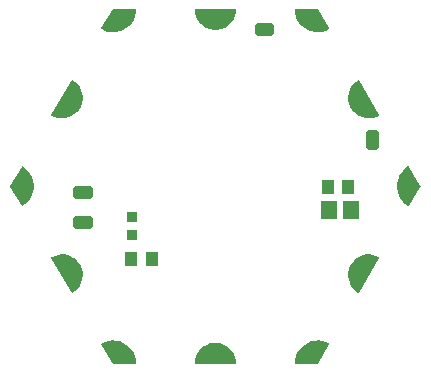
<source format=gbr>
G04 EAGLE Gerber RS-274X export*
G75*
%MOMM*%
%FSLAX34Y34*%
%LPD*%
%INSoldermask Top*%
%IPPOS*%
%AMOC8*
5,1,8,0,0,1.08239X$1,22.5*%
G01*
%ADD10R,1.401600X1.601600*%
%ADD11R,1.101600X1.201600*%
%ADD12C,0.605878*%
%ADD13C,1.101600*%
%ADD14R,0.901600X0.901600*%

G36*
X363231Y195709D02*
X363231Y195709D01*
X363260Y195706D01*
X363327Y195728D01*
X363397Y195742D01*
X363421Y195759D01*
X363449Y195768D01*
X363502Y195815D01*
X363561Y195855D01*
X363577Y195879D01*
X363599Y195899D01*
X363630Y195963D01*
X363668Y196022D01*
X363673Y196051D01*
X363685Y196077D01*
X363694Y196177D01*
X363701Y196219D01*
X363698Y196229D01*
X363700Y196243D01*
X363468Y199041D01*
X363458Y199075D01*
X363454Y199123D01*
X362765Y201844D01*
X362750Y201876D01*
X362738Y201922D01*
X361610Y204494D01*
X361590Y204522D01*
X361571Y204566D01*
X360035Y206917D01*
X360011Y206941D01*
X359985Y206982D01*
X358083Y209047D01*
X358055Y209068D01*
X358022Y209103D01*
X355807Y210828D01*
X355776Y210843D01*
X355738Y210873D01*
X353268Y212209D01*
X353235Y212219D01*
X353193Y212242D01*
X352007Y212650D01*
X350553Y213149D01*
X350537Y213154D01*
X350503Y213159D01*
X350457Y213174D01*
X347688Y213636D01*
X347653Y213635D01*
X347606Y213643D01*
X344798Y213643D01*
X344764Y213636D01*
X344716Y213636D01*
X341947Y213174D01*
X341914Y213162D01*
X341867Y213154D01*
X339211Y212242D01*
X339181Y212225D01*
X339136Y212209D01*
X336666Y210873D01*
X336640Y210851D01*
X336597Y210828D01*
X334382Y209103D01*
X334359Y209077D01*
X334321Y209047D01*
X332419Y206982D01*
X332401Y206952D01*
X332369Y206917D01*
X330833Y204566D01*
X330820Y204534D01*
X330794Y204494D01*
X329666Y201922D01*
X329659Y201889D01*
X329656Y201882D01*
X329650Y201873D01*
X329649Y201867D01*
X329639Y201844D01*
X328950Y199123D01*
X328948Y199088D01*
X328936Y199041D01*
X328704Y196243D01*
X328708Y196214D01*
X328703Y196185D01*
X328720Y196116D01*
X328728Y196046D01*
X328742Y196020D01*
X328749Y195992D01*
X328791Y195935D01*
X328826Y195873D01*
X328850Y195855D01*
X328867Y195832D01*
X328928Y195796D01*
X328985Y195753D01*
X329013Y195745D01*
X329038Y195730D01*
X329136Y195714D01*
X329177Y195703D01*
X329188Y195705D01*
X329202Y195703D01*
X363202Y195703D01*
X363231Y195709D01*
G37*
G36*
X347640Y478768D02*
X347640Y478768D01*
X347688Y478768D01*
X350457Y479230D01*
X350490Y479242D01*
X350537Y479250D01*
X353193Y480162D01*
X353223Y480179D01*
X353268Y480195D01*
X355738Y481531D01*
X355764Y481553D01*
X355807Y481576D01*
X358022Y483301D01*
X358045Y483327D01*
X358083Y483357D01*
X359985Y485422D01*
X360003Y485452D01*
X360035Y485487D01*
X361571Y487838D01*
X361584Y487870D01*
X361610Y487910D01*
X362738Y490482D01*
X362745Y490515D01*
X362765Y490560D01*
X363454Y493281D01*
X363456Y493316D01*
X363468Y493363D01*
X363700Y496161D01*
X363696Y496190D01*
X363701Y496219D01*
X363685Y496288D01*
X363676Y496358D01*
X363662Y496384D01*
X363655Y496412D01*
X363613Y496469D01*
X363578Y496531D01*
X363554Y496549D01*
X363537Y496572D01*
X363476Y496608D01*
X363419Y496651D01*
X363391Y496659D01*
X363366Y496674D01*
X363268Y496690D01*
X363227Y496701D01*
X363216Y496699D01*
X363202Y496701D01*
X329202Y496701D01*
X329173Y496695D01*
X329144Y496698D01*
X329077Y496676D01*
X329007Y496662D01*
X328983Y496645D01*
X328955Y496636D01*
X328902Y496589D01*
X328843Y496549D01*
X328828Y496525D01*
X328806Y496505D01*
X328774Y496441D01*
X328736Y496382D01*
X328731Y496353D01*
X328719Y496327D01*
X328710Y496227D01*
X328703Y496185D01*
X328706Y496175D01*
X328704Y496161D01*
X328936Y493363D01*
X328946Y493329D01*
X328950Y493281D01*
X329639Y490560D01*
X329654Y490528D01*
X329666Y490482D01*
X330794Y487910D01*
X330814Y487882D01*
X330833Y487838D01*
X332369Y485487D01*
X332393Y485463D01*
X332419Y485422D01*
X334321Y483357D01*
X334349Y483336D01*
X334382Y483301D01*
X336597Y481576D01*
X336628Y481561D01*
X336666Y481531D01*
X339136Y480195D01*
X339169Y480185D01*
X339211Y480162D01*
X341867Y479250D01*
X341901Y479246D01*
X341947Y479230D01*
X344716Y478768D01*
X344751Y478769D01*
X344798Y478761D01*
X347606Y478761D01*
X347640Y478768D01*
G37*
G36*
X224809Y256012D02*
X224809Y256012D01*
X224880Y256009D01*
X224907Y256019D01*
X224936Y256021D01*
X225026Y256063D01*
X225066Y256078D01*
X225074Y256086D01*
X225087Y256092D01*
X227390Y257691D01*
X227414Y257717D01*
X227454Y257744D01*
X229463Y259701D01*
X229482Y259730D01*
X229517Y259763D01*
X231176Y262024D01*
X231191Y262055D01*
X231220Y262094D01*
X232484Y264597D01*
X232493Y264631D01*
X232515Y264674D01*
X233351Y267351D01*
X233354Y267385D01*
X233369Y267431D01*
X233752Y270210D01*
X233750Y270244D01*
X233756Y270292D01*
X233677Y273095D01*
X233669Y273129D01*
X233668Y273177D01*
X233129Y275929D01*
X233115Y275961D01*
X233106Y276009D01*
X232121Y278634D01*
X232106Y278659D01*
X232101Y278679D01*
X232093Y278690D01*
X232086Y278709D01*
X230682Y281137D01*
X230659Y281163D01*
X230635Y281205D01*
X228851Y283368D01*
X228824Y283390D01*
X228793Y283427D01*
X226677Y285268D01*
X226647Y285285D01*
X226611Y285317D01*
X224220Y286784D01*
X224188Y286795D01*
X224147Y286821D01*
X221548Y287874D01*
X221514Y287881D01*
X221469Y287899D01*
X218732Y288510D01*
X218697Y288511D01*
X218650Y288522D01*
X215850Y288674D01*
X215816Y288669D01*
X215768Y288672D01*
X212980Y288362D01*
X212947Y288351D01*
X212899Y288346D01*
X210201Y287581D01*
X210171Y287565D01*
X210124Y287552D01*
X207589Y286353D01*
X207565Y286336D01*
X207538Y286326D01*
X207486Y286277D01*
X207429Y286234D01*
X207415Y286209D01*
X207394Y286189D01*
X207365Y286124D01*
X207329Y286063D01*
X207326Y286034D01*
X207314Y286007D01*
X207313Y285936D01*
X207304Y285865D01*
X207312Y285837D01*
X207312Y285808D01*
X207346Y285715D01*
X207358Y285674D01*
X207365Y285665D01*
X207370Y285652D01*
X224370Y256252D01*
X224389Y256230D01*
X224402Y256204D01*
X224455Y256156D01*
X224502Y256103D01*
X224528Y256091D01*
X224550Y256071D01*
X224617Y256048D01*
X224681Y256018D01*
X224710Y256016D01*
X224738Y256007D01*
X224809Y256012D01*
G37*
G36*
X476588Y403735D02*
X476588Y403735D01*
X476636Y403732D01*
X479424Y404042D01*
X479457Y404053D01*
X479505Y404058D01*
X482203Y404823D01*
X482233Y404839D01*
X482280Y404852D01*
X484815Y406051D01*
X484839Y406068D01*
X484866Y406078D01*
X484918Y406127D01*
X484975Y406170D01*
X484989Y406195D01*
X485011Y406215D01*
X485039Y406280D01*
X485075Y406342D01*
X485078Y406370D01*
X485090Y406397D01*
X485091Y406468D01*
X485100Y406539D01*
X485092Y406567D01*
X485092Y406596D01*
X485058Y406689D01*
X485046Y406730D01*
X485039Y406739D01*
X485034Y406752D01*
X468034Y436152D01*
X468015Y436174D01*
X468002Y436200D01*
X467949Y436248D01*
X467902Y436301D01*
X467876Y436313D01*
X467854Y436333D01*
X467787Y436356D01*
X467723Y436386D01*
X467694Y436388D01*
X467666Y436397D01*
X467595Y436392D01*
X467524Y436395D01*
X467497Y436385D01*
X467468Y436383D01*
X467378Y436341D01*
X467338Y436326D01*
X467330Y436318D01*
X467317Y436312D01*
X465014Y434713D01*
X464990Y434688D01*
X464950Y434660D01*
X462941Y432703D01*
X462922Y432674D01*
X462887Y432641D01*
X461228Y430380D01*
X461213Y430349D01*
X461184Y430310D01*
X459920Y427807D01*
X459911Y427773D01*
X459889Y427730D01*
X459053Y425053D01*
X459050Y425019D01*
X459035Y424973D01*
X458652Y422194D01*
X458654Y422160D01*
X458648Y422112D01*
X458727Y419309D01*
X458735Y419275D01*
X458736Y419227D01*
X459275Y416475D01*
X459289Y416443D01*
X459298Y416395D01*
X460283Y413770D01*
X460301Y413740D01*
X460318Y413695D01*
X461722Y411267D01*
X461745Y411241D01*
X461769Y411200D01*
X463553Y409036D01*
X463580Y409014D01*
X463611Y408977D01*
X465727Y407136D01*
X465757Y407119D01*
X465793Y407088D01*
X468184Y405620D01*
X468216Y405609D01*
X468257Y405583D01*
X470856Y404530D01*
X470890Y404523D01*
X470935Y404505D01*
X473672Y403894D01*
X473707Y403893D01*
X473754Y403882D01*
X476554Y403730D01*
X476588Y403735D01*
G37*
G36*
X467628Y256013D02*
X467628Y256013D01*
X467699Y256012D01*
X467726Y256023D01*
X467755Y256027D01*
X467817Y256061D01*
X467882Y256089D01*
X467903Y256110D01*
X467928Y256124D01*
X467991Y256200D01*
X468021Y256231D01*
X468025Y256241D01*
X468034Y256252D01*
X485034Y285652D01*
X485043Y285680D01*
X485060Y285704D01*
X485075Y285773D01*
X485097Y285841D01*
X485095Y285870D01*
X485101Y285898D01*
X485088Y285968D01*
X485082Y286039D01*
X485069Y286065D01*
X485063Y286093D01*
X485023Y286152D01*
X484991Y286215D01*
X484968Y286234D01*
X484952Y286258D01*
X484870Y286315D01*
X484837Y286342D01*
X484827Y286345D01*
X484815Y286353D01*
X482280Y287552D01*
X482246Y287560D01*
X482203Y287581D01*
X479505Y288346D01*
X479470Y288348D01*
X479424Y288362D01*
X476636Y288672D01*
X476602Y288669D01*
X476554Y288674D01*
X473754Y288522D01*
X473720Y288513D01*
X473672Y288510D01*
X470935Y287899D01*
X470903Y287885D01*
X470856Y287874D01*
X468257Y286821D01*
X468228Y286802D01*
X468184Y286784D01*
X465793Y285317D01*
X465768Y285293D01*
X465727Y285268D01*
X463611Y283427D01*
X463590Y283400D01*
X463553Y283368D01*
X461769Y281205D01*
X461753Y281174D01*
X461722Y281137D01*
X460318Y278709D01*
X460307Y278676D01*
X460300Y278663D01*
X460290Y278649D01*
X460290Y278646D01*
X460283Y278634D01*
X459298Y276009D01*
X459292Y275974D01*
X459275Y275929D01*
X458736Y273177D01*
X458736Y273143D01*
X458727Y273095D01*
X458648Y270292D01*
X458654Y270258D01*
X458652Y270210D01*
X459035Y267431D01*
X459047Y267399D01*
X459053Y267351D01*
X459889Y264674D01*
X459906Y264643D01*
X459920Y264597D01*
X461184Y262094D01*
X461206Y262067D01*
X461228Y262024D01*
X462887Y259763D01*
X462913Y259740D01*
X462941Y259701D01*
X464950Y257744D01*
X464979Y257725D01*
X465014Y257691D01*
X467317Y256092D01*
X467344Y256080D01*
X467367Y256062D01*
X467435Y256041D01*
X467500Y256013D01*
X467529Y256013D01*
X467557Y256005D01*
X467628Y256013D01*
G37*
G36*
X218650Y403882D02*
X218650Y403882D01*
X218684Y403891D01*
X218732Y403894D01*
X221469Y404505D01*
X221501Y404519D01*
X221548Y404530D01*
X224147Y405583D01*
X224176Y405602D01*
X224220Y405620D01*
X226611Y407088D01*
X226636Y407111D01*
X226677Y407136D01*
X228793Y408977D01*
X228814Y409004D01*
X228851Y409036D01*
X230635Y411200D01*
X230651Y411230D01*
X230682Y411267D01*
X232086Y413695D01*
X232097Y413728D01*
X232121Y413770D01*
X233106Y416395D01*
X233112Y416430D01*
X233129Y416475D01*
X233668Y419227D01*
X233668Y419262D01*
X233677Y419309D01*
X233756Y422112D01*
X233751Y422146D01*
X233752Y422194D01*
X233369Y424973D01*
X233357Y425005D01*
X233351Y425053D01*
X232515Y427730D01*
X232498Y427761D01*
X232484Y427807D01*
X231220Y430310D01*
X231198Y430337D01*
X231176Y430380D01*
X229517Y432641D01*
X229491Y432664D01*
X229463Y432703D01*
X227454Y434660D01*
X227425Y434679D01*
X227390Y434713D01*
X225087Y436312D01*
X225060Y436324D01*
X225037Y436342D01*
X224969Y436363D01*
X224904Y436391D01*
X224875Y436391D01*
X224847Y436399D01*
X224776Y436391D01*
X224705Y436392D01*
X224678Y436381D01*
X224649Y436377D01*
X224587Y436343D01*
X224522Y436315D01*
X224501Y436294D01*
X224476Y436280D01*
X224413Y436204D01*
X224383Y436173D01*
X224379Y436163D01*
X224370Y436152D01*
X207370Y406752D01*
X207361Y406724D01*
X207344Y406700D01*
X207329Y406631D01*
X207307Y406563D01*
X207309Y406534D01*
X207303Y406506D01*
X207316Y406436D01*
X207322Y406365D01*
X207335Y406339D01*
X207341Y406311D01*
X207381Y406252D01*
X207413Y406189D01*
X207436Y406170D01*
X207452Y406146D01*
X207534Y406089D01*
X207567Y406062D01*
X207577Y406059D01*
X207589Y406051D01*
X210124Y404852D01*
X210158Y404844D01*
X210201Y404823D01*
X212899Y404058D01*
X212934Y404056D01*
X212980Y404042D01*
X215768Y403732D01*
X215802Y403735D01*
X215850Y403730D01*
X218650Y403882D01*
G37*
G36*
X509929Y329213D02*
X509929Y329213D01*
X510000Y329213D01*
X510027Y329224D01*
X510056Y329227D01*
X510118Y329262D01*
X510183Y329290D01*
X510204Y329310D01*
X510229Y329325D01*
X510292Y329402D01*
X510322Y329432D01*
X510326Y329442D01*
X510335Y329453D01*
X519835Y345953D01*
X519845Y345985D01*
X519854Y345998D01*
X519858Y346022D01*
X519859Y346026D01*
X519890Y346096D01*
X519890Y346120D01*
X519898Y346142D01*
X519892Y346218D01*
X519893Y346295D01*
X519883Y346319D01*
X519882Y346340D01*
X519861Y346379D01*
X519835Y346451D01*
X510335Y362951D01*
X510316Y362973D01*
X510303Y362999D01*
X510250Y363047D01*
X510203Y363100D01*
X510177Y363113D01*
X510156Y363132D01*
X510088Y363155D01*
X510024Y363186D01*
X509995Y363188D01*
X509968Y363197D01*
X509896Y363192D01*
X509825Y363195D01*
X509798Y363185D01*
X509769Y363183D01*
X509679Y363141D01*
X509639Y363126D01*
X509631Y363119D01*
X509618Y363113D01*
X507095Y361371D01*
X507071Y361347D01*
X507033Y361320D01*
X504821Y359196D01*
X504802Y359168D01*
X504768Y359136D01*
X502926Y356685D01*
X502912Y356654D01*
X502883Y356617D01*
X501458Y353902D01*
X501449Y353871D01*
X501433Y353846D01*
X501432Y353838D01*
X501427Y353828D01*
X500456Y350920D01*
X500452Y350886D01*
X500437Y350842D01*
X499945Y347815D01*
X499946Y347781D01*
X499938Y347735D01*
X499938Y344669D01*
X499939Y344665D01*
X499939Y344663D01*
X499945Y344636D01*
X499945Y344589D01*
X500437Y341562D01*
X500449Y341531D01*
X500456Y341484D01*
X501427Y338576D01*
X501444Y338547D01*
X501458Y338502D01*
X502883Y335787D01*
X502905Y335761D01*
X502926Y335719D01*
X504768Y333268D01*
X504793Y333245D01*
X504821Y333208D01*
X507033Y331084D01*
X507061Y331066D01*
X507095Y331033D01*
X509618Y329291D01*
X509645Y329280D01*
X509667Y329261D01*
X509736Y329241D01*
X509801Y329213D01*
X509830Y329213D01*
X509858Y329205D01*
X509929Y329213D01*
G37*
G36*
X182508Y329212D02*
X182508Y329212D01*
X182579Y329209D01*
X182606Y329219D01*
X182635Y329221D01*
X182725Y329263D01*
X182765Y329278D01*
X182773Y329285D01*
X182786Y329291D01*
X185309Y331033D01*
X185333Y331057D01*
X185371Y331084D01*
X187583Y333208D01*
X187602Y333236D01*
X187636Y333268D01*
X189478Y335719D01*
X189492Y335750D01*
X189521Y335787D01*
X190946Y338502D01*
X190955Y338535D01*
X190977Y338576D01*
X191948Y341484D01*
X191952Y341518D01*
X191967Y341562D01*
X192459Y344589D01*
X192458Y344623D01*
X192466Y344669D01*
X192466Y347735D01*
X192459Y347768D01*
X192459Y347815D01*
X191967Y350842D01*
X191955Y350873D01*
X191948Y350920D01*
X190977Y353828D01*
X190964Y353851D01*
X190958Y353876D01*
X190951Y353885D01*
X190946Y353902D01*
X189521Y356617D01*
X189499Y356643D01*
X189478Y356685D01*
X187636Y359136D01*
X187611Y359159D01*
X187583Y359196D01*
X185371Y361320D01*
X185343Y361338D01*
X185309Y361371D01*
X182786Y363113D01*
X182759Y363124D01*
X182737Y363143D01*
X182668Y363163D01*
X182603Y363191D01*
X182574Y363191D01*
X182546Y363199D01*
X182475Y363191D01*
X182404Y363192D01*
X182377Y363180D01*
X182348Y363177D01*
X182286Y363142D01*
X182221Y363114D01*
X182200Y363094D01*
X182175Y363079D01*
X182112Y363002D01*
X182082Y362972D01*
X182078Y362962D01*
X182069Y362951D01*
X172569Y346451D01*
X172545Y346378D01*
X172514Y346308D01*
X172514Y346284D01*
X172506Y346262D01*
X172513Y346186D01*
X172512Y346109D01*
X172521Y346085D01*
X172522Y346064D01*
X172543Y346025D01*
X172562Y345973D01*
X172563Y345967D01*
X172565Y345965D01*
X172569Y345953D01*
X182069Y329453D01*
X182088Y329431D01*
X182101Y329405D01*
X182154Y329357D01*
X182201Y329304D01*
X182227Y329291D01*
X182249Y329272D01*
X182316Y329249D01*
X182380Y329218D01*
X182409Y329217D01*
X182436Y329207D01*
X182508Y329212D01*
G37*
G36*
X432878Y195718D02*
X432878Y195718D01*
X432956Y195727D01*
X432975Y195738D01*
X432997Y195742D01*
X433061Y195786D01*
X433129Y195825D01*
X433145Y195844D01*
X433161Y195855D01*
X433185Y195893D01*
X433235Y195953D01*
X442735Y212453D01*
X442744Y212480D01*
X442760Y212504D01*
X442775Y212574D01*
X442798Y212642D01*
X442795Y212670D01*
X442801Y212698D01*
X442788Y212769D01*
X442782Y212840D01*
X442769Y212865D01*
X442763Y212893D01*
X442723Y212953D01*
X442690Y213016D01*
X442668Y213034D01*
X442652Y213058D01*
X442569Y213116D01*
X442537Y213143D01*
X442526Y213146D01*
X442516Y213153D01*
X439750Y214462D01*
X439717Y214470D01*
X439674Y214490D01*
X436734Y215338D01*
X436700Y215341D01*
X436656Y215354D01*
X433618Y215719D01*
X433584Y215716D01*
X433537Y215722D01*
X430480Y215595D01*
X430447Y215587D01*
X430400Y215586D01*
X427403Y214970D01*
X427372Y214957D01*
X427326Y214948D01*
X424466Y213859D01*
X424438Y213841D01*
X424394Y213825D01*
X421746Y212291D01*
X421720Y212269D01*
X421680Y212246D01*
X419312Y210308D01*
X419290Y210281D01*
X419254Y210252D01*
X417227Y207959D01*
X417211Y207930D01*
X417179Y207895D01*
X415547Y205307D01*
X415535Y205275D01*
X415510Y205236D01*
X414314Y202419D01*
X414307Y202386D01*
X414304Y202379D01*
X414300Y202373D01*
X414299Y202367D01*
X414288Y202343D01*
X413560Y199371D01*
X413558Y199337D01*
X413547Y199292D01*
X413304Y196242D01*
X413308Y196213D01*
X413303Y196185D01*
X413320Y196116D01*
X413328Y196044D01*
X413343Y196020D01*
X413349Y195992D01*
X413392Y195934D01*
X413428Y195872D01*
X413450Y195855D01*
X413467Y195832D01*
X413529Y195795D01*
X413586Y195752D01*
X413614Y195745D01*
X413638Y195730D01*
X413738Y195714D01*
X413779Y195703D01*
X413789Y195705D01*
X413802Y195703D01*
X432802Y195703D01*
X432878Y195718D01*
G37*
G36*
X433571Y476687D02*
X433571Y476687D01*
X433618Y476685D01*
X436656Y477050D01*
X436688Y477061D01*
X436734Y477066D01*
X439674Y477914D01*
X439704Y477930D01*
X439750Y477942D01*
X442516Y479251D01*
X442538Y479268D01*
X442565Y479278D01*
X442617Y479327D01*
X442675Y479370D01*
X442689Y479395D01*
X442710Y479414D01*
X442739Y479480D01*
X442775Y479542D01*
X442778Y479570D01*
X442790Y479596D01*
X442791Y479668D01*
X442800Y479739D01*
X442792Y479766D01*
X442793Y479795D01*
X442757Y479890D01*
X442746Y479930D01*
X442739Y479939D01*
X442735Y479951D01*
X433235Y496451D01*
X433183Y496510D01*
X433137Y496572D01*
X433118Y496583D01*
X433103Y496600D01*
X433033Y496634D01*
X432966Y496674D01*
X432942Y496678D01*
X432924Y496686D01*
X432879Y496688D01*
X432802Y496701D01*
X413802Y496701D01*
X413774Y496696D01*
X413746Y496698D01*
X413678Y496676D01*
X413607Y496662D01*
X413584Y496646D01*
X413557Y496637D01*
X413502Y496590D01*
X413443Y496549D01*
X413428Y496525D01*
X413407Y496507D01*
X413375Y496442D01*
X413336Y496382D01*
X413331Y496354D01*
X413319Y496328D01*
X413310Y496227D01*
X413303Y496185D01*
X413305Y496175D01*
X413304Y496162D01*
X413547Y493112D01*
X413556Y493080D01*
X413560Y493033D01*
X414288Y490061D01*
X414303Y490030D01*
X414314Y489985D01*
X415510Y487168D01*
X415529Y487140D01*
X415547Y487097D01*
X417179Y484509D01*
X417203Y484485D01*
X417227Y484445D01*
X419254Y482152D01*
X419281Y482132D01*
X419312Y482096D01*
X421680Y480158D01*
X421710Y480142D01*
X421746Y480113D01*
X424394Y478580D01*
X424426Y478569D01*
X424466Y478545D01*
X427326Y477457D01*
X427359Y477451D01*
X427403Y477434D01*
X430400Y476818D01*
X430434Y476818D01*
X430480Y476809D01*
X433537Y476682D01*
X433571Y476687D01*
G37*
G36*
X278630Y195708D02*
X278630Y195708D01*
X278658Y195706D01*
X278726Y195728D01*
X278797Y195742D01*
X278820Y195758D01*
X278847Y195767D01*
X278902Y195814D01*
X278961Y195855D01*
X278976Y195879D01*
X278998Y195897D01*
X279029Y195962D01*
X279068Y196022D01*
X279073Y196050D01*
X279085Y196076D01*
X279094Y196177D01*
X279101Y196219D01*
X279099Y196229D01*
X279100Y196242D01*
X278857Y199292D01*
X278848Y199324D01*
X278844Y199371D01*
X278116Y202343D01*
X278101Y202374D01*
X278090Y202419D01*
X276894Y205236D01*
X276875Y205264D01*
X276857Y205307D01*
X275225Y207895D01*
X275201Y207919D01*
X275177Y207959D01*
X273150Y210252D01*
X273123Y210272D01*
X273092Y210308D01*
X270725Y212246D01*
X270694Y212262D01*
X270658Y212291D01*
X268010Y213825D01*
X267978Y213835D01*
X267938Y213859D01*
X265078Y214948D01*
X265045Y214953D01*
X265001Y214970D01*
X262004Y215586D01*
X261970Y215586D01*
X261924Y215595D01*
X258867Y215722D01*
X258833Y215717D01*
X258786Y215719D01*
X255748Y215354D01*
X255716Y215343D01*
X255670Y215338D01*
X252730Y214490D01*
X252700Y214474D01*
X252655Y214462D01*
X249889Y213153D01*
X249866Y213136D01*
X249839Y213126D01*
X249787Y213077D01*
X249729Y213034D01*
X249715Y213009D01*
X249694Y212990D01*
X249665Y212924D01*
X249629Y212862D01*
X249626Y212834D01*
X249614Y212808D01*
X249613Y212736D01*
X249604Y212665D01*
X249612Y212638D01*
X249612Y212609D01*
X249647Y212514D01*
X249658Y212474D01*
X249665Y212465D01*
X249669Y212453D01*
X259169Y195953D01*
X259221Y195895D01*
X259267Y195832D01*
X259286Y195821D01*
X259301Y195804D01*
X259371Y195770D01*
X259438Y195730D01*
X259463Y195726D01*
X259480Y195718D01*
X259525Y195716D01*
X259602Y195703D01*
X278602Y195703D01*
X278630Y195708D01*
G37*
G36*
X261924Y476809D02*
X261924Y476809D01*
X261957Y476817D01*
X262004Y476818D01*
X265001Y477434D01*
X265032Y477447D01*
X265078Y477457D01*
X267938Y478545D01*
X267967Y478563D01*
X268010Y478580D01*
X270658Y480113D01*
X270684Y480135D01*
X270725Y480158D01*
X273092Y482096D01*
X273114Y482123D01*
X273150Y482152D01*
X275177Y484445D01*
X275194Y484474D01*
X275225Y484509D01*
X276857Y487097D01*
X276869Y487129D01*
X276894Y487168D01*
X278090Y489985D01*
X278097Y490018D01*
X278116Y490061D01*
X278844Y493033D01*
X278846Y493067D01*
X278857Y493112D01*
X279100Y496162D01*
X279096Y496191D01*
X279101Y496219D01*
X279084Y496288D01*
X279076Y496360D01*
X279062Y496384D01*
X279055Y496412D01*
X279012Y496470D01*
X278977Y496532D01*
X278954Y496549D01*
X278937Y496572D01*
X278875Y496609D01*
X278818Y496652D01*
X278790Y496659D01*
X278766Y496674D01*
X278666Y496690D01*
X278625Y496701D01*
X278615Y496699D01*
X278602Y496701D01*
X259602Y496701D01*
X259526Y496686D01*
X259448Y496677D01*
X259429Y496666D01*
X259407Y496662D01*
X259343Y496618D01*
X259275Y496579D01*
X259259Y496560D01*
X259243Y496549D01*
X259219Y496511D01*
X259169Y496451D01*
X249669Y479951D01*
X249660Y479924D01*
X249644Y479900D01*
X249629Y479830D01*
X249606Y479762D01*
X249609Y479734D01*
X249603Y479706D01*
X249617Y479636D01*
X249622Y479564D01*
X249635Y479539D01*
X249641Y479511D01*
X249681Y479451D01*
X249714Y479388D01*
X249736Y479370D01*
X249752Y479346D01*
X249835Y479288D01*
X249867Y479261D01*
X249878Y479258D01*
X249889Y479251D01*
X252655Y477942D01*
X252688Y477934D01*
X252730Y477914D01*
X255670Y477066D01*
X255704Y477063D01*
X255748Y477050D01*
X258786Y476685D01*
X258820Y476688D01*
X258867Y476682D01*
X261924Y476809D01*
G37*
D10*
X442240Y326468D03*
X461240Y326468D03*
D11*
X441797Y345948D03*
X458797Y345948D03*
D12*
X392829Y476819D02*
X381871Y476819D01*
X381871Y481777D01*
X392829Y481777D01*
X392829Y476819D01*
X481269Y391051D02*
X481269Y380093D01*
X476311Y380093D01*
X476311Y391051D01*
X481269Y391051D01*
X481269Y385849D02*
X476311Y385849D01*
D13*
X428802Y489302D03*
X511402Y346202D03*
X428802Y203102D03*
X263602Y203102D03*
X181002Y346202D03*
X263602Y489302D03*
X470102Y417702D03*
X470102Y274702D03*
X346202Y203102D03*
X222302Y274702D03*
X222302Y417702D03*
X346202Y489302D03*
D12*
X239159Y313751D02*
X228201Y313751D01*
X228201Y318709D01*
X239159Y318709D01*
X239159Y313751D01*
X239159Y339151D02*
X228201Y339151D01*
X228201Y344109D01*
X239159Y344109D01*
X239159Y339151D01*
D11*
X275100Y284480D03*
X292100Y284480D03*
D14*
X275590Y304920D03*
X275590Y319920D03*
M02*

</source>
